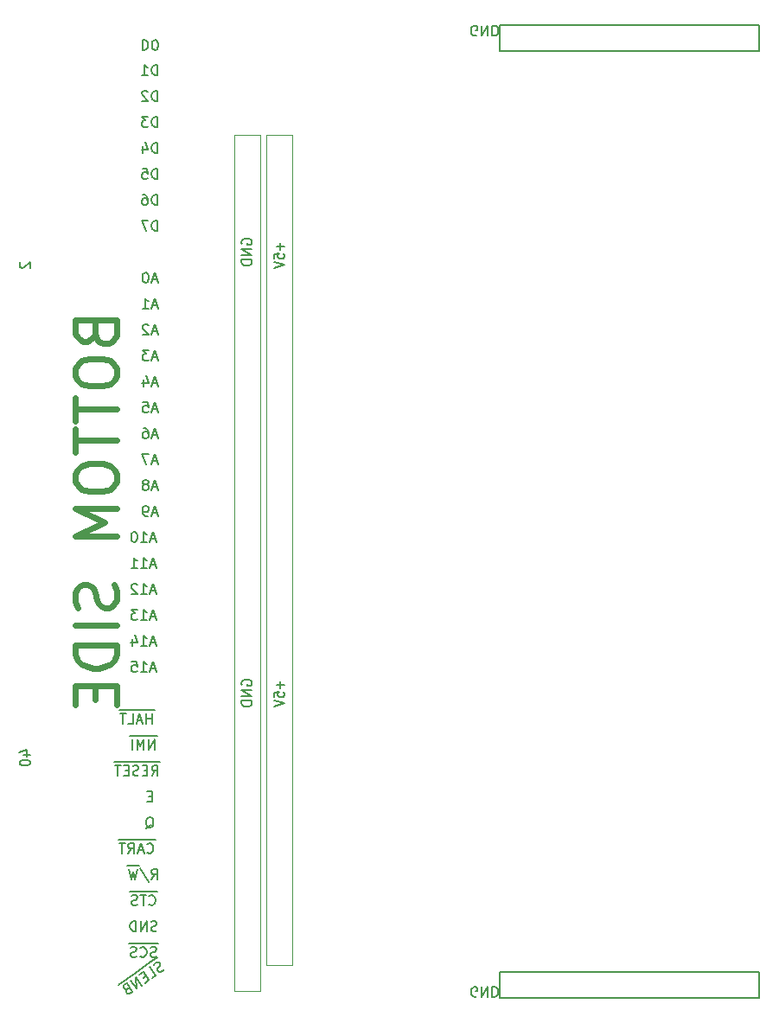
<source format=gbo>
%TF.GenerationSoftware,KiCad,Pcbnew,(5.1.9)-1*%
%TF.CreationDate,2021-02-21T18:50:27+08:00*%
%TF.ProjectId,CoCoProtoBoard,436f436f-5072-46f7-946f-426f6172642e,rev?*%
%TF.SameCoordinates,Original*%
%TF.FileFunction,Legend,Bot*%
%TF.FilePolarity,Positive*%
%FSLAX46Y46*%
G04 Gerber Fmt 4.6, Leading zero omitted, Abs format (unit mm)*
G04 Created by KiCad (PCBNEW (5.1.9)-1) date 2021-02-21 18:50:27*
%MOMM*%
%LPD*%
G01*
G04 APERTURE LIST*
%ADD10C,0.150000*%
%ADD11C,0.600000*%
%ADD12C,0.120000*%
G04 APERTURE END LIST*
D10*
X125801428Y-120762857D02*
X125801428Y-121448571D01*
X126182380Y-121105714D02*
X125420476Y-121105714D01*
X125182380Y-122305714D02*
X125182380Y-121877142D01*
X125658571Y-121834285D01*
X125610952Y-121877142D01*
X125563333Y-121962857D01*
X125563333Y-122177142D01*
X125610952Y-122262857D01*
X125658571Y-122305714D01*
X125753809Y-122348571D01*
X125991904Y-122348571D01*
X126087142Y-122305714D01*
X126134761Y-122262857D01*
X126182380Y-122177142D01*
X126182380Y-121962857D01*
X126134761Y-121877142D01*
X126087142Y-121834285D01*
X125182380Y-122605714D02*
X126182380Y-122905714D01*
X125182380Y-123205714D01*
X172720000Y-56515000D02*
X147320000Y-56515000D01*
X172720000Y-59055000D02*
X172720000Y-56515000D01*
X147320000Y-59055000D02*
X172720000Y-59055000D01*
X147320000Y-56515000D02*
X147320000Y-59055000D01*
X172720000Y-149225000D02*
X147320000Y-149225000D01*
X172720000Y-151765000D02*
X172720000Y-149225000D01*
X147320000Y-151765000D02*
X172720000Y-151765000D01*
X147320000Y-149225000D02*
X147320000Y-151765000D01*
X145034095Y-151630000D02*
X144938857Y-151677619D01*
X144796000Y-151677619D01*
X144653142Y-151630000D01*
X144557904Y-151534761D01*
X144510285Y-151439523D01*
X144462666Y-151249047D01*
X144462666Y-151106190D01*
X144510285Y-150915714D01*
X144557904Y-150820476D01*
X144653142Y-150725238D01*
X144796000Y-150677619D01*
X144891238Y-150677619D01*
X145034095Y-150725238D01*
X145081714Y-150772857D01*
X145081714Y-151106190D01*
X144891238Y-151106190D01*
X145510285Y-150677619D02*
X145510285Y-151677619D01*
X146081714Y-150677619D01*
X146081714Y-151677619D01*
X146557904Y-150677619D02*
X146557904Y-151677619D01*
X146796000Y-151677619D01*
X146938857Y-151630000D01*
X147034095Y-151534761D01*
X147081714Y-151439523D01*
X147129333Y-151249047D01*
X147129333Y-151106190D01*
X147081714Y-150915714D01*
X147034095Y-150820476D01*
X146938857Y-150725238D01*
X146796000Y-150677619D01*
X146557904Y-150677619D01*
X145034095Y-57523000D02*
X144938857Y-57570619D01*
X144796000Y-57570619D01*
X144653142Y-57523000D01*
X144557904Y-57427761D01*
X144510285Y-57332523D01*
X144462666Y-57142047D01*
X144462666Y-56999190D01*
X144510285Y-56808714D01*
X144557904Y-56713476D01*
X144653142Y-56618238D01*
X144796000Y-56570619D01*
X144891238Y-56570619D01*
X145034095Y-56618238D01*
X145081714Y-56665857D01*
X145081714Y-56999190D01*
X144891238Y-56999190D01*
X145510285Y-56570619D02*
X145510285Y-57570619D01*
X146081714Y-56570619D01*
X146081714Y-57570619D01*
X146557904Y-56570619D02*
X146557904Y-57570619D01*
X146796000Y-57570619D01*
X146938857Y-57523000D01*
X147034095Y-57427761D01*
X147081714Y-57332523D01*
X147129333Y-57142047D01*
X147129333Y-56999190D01*
X147081714Y-56808714D01*
X147034095Y-56713476D01*
X146938857Y-56618238D01*
X146796000Y-56570619D01*
X146557904Y-56570619D01*
D11*
X107664285Y-86711428D02*
X107854761Y-87282857D01*
X108045238Y-87473333D01*
X108426190Y-87663809D01*
X108997619Y-87663809D01*
X109378571Y-87473333D01*
X109569047Y-87282857D01*
X109759523Y-86901904D01*
X109759523Y-85378095D01*
X105759523Y-85378095D01*
X105759523Y-86711428D01*
X105950000Y-87092380D01*
X106140476Y-87282857D01*
X106521428Y-87473333D01*
X106902380Y-87473333D01*
X107283333Y-87282857D01*
X107473809Y-87092380D01*
X107664285Y-86711428D01*
X107664285Y-85378095D01*
X105759523Y-90140000D02*
X105759523Y-90901904D01*
X105950000Y-91282857D01*
X106330952Y-91663809D01*
X107092857Y-91854285D01*
X108426190Y-91854285D01*
X109188095Y-91663809D01*
X109569047Y-91282857D01*
X109759523Y-90901904D01*
X109759523Y-90140000D01*
X109569047Y-89759047D01*
X109188095Y-89378095D01*
X108426190Y-89187619D01*
X107092857Y-89187619D01*
X106330952Y-89378095D01*
X105950000Y-89759047D01*
X105759523Y-90140000D01*
X105759523Y-92997142D02*
X105759523Y-95282857D01*
X109759523Y-94140000D02*
X105759523Y-94140000D01*
X105759523Y-96044761D02*
X105759523Y-98330476D01*
X109759523Y-97187619D02*
X105759523Y-97187619D01*
X105759523Y-100425714D02*
X105759523Y-101187619D01*
X105950000Y-101568571D01*
X106330952Y-101949523D01*
X107092857Y-102140000D01*
X108426190Y-102140000D01*
X109188095Y-101949523D01*
X109569047Y-101568571D01*
X109759523Y-101187619D01*
X109759523Y-100425714D01*
X109569047Y-100044761D01*
X109188095Y-99663809D01*
X108426190Y-99473333D01*
X107092857Y-99473333D01*
X106330952Y-99663809D01*
X105950000Y-100044761D01*
X105759523Y-100425714D01*
X109759523Y-103854285D02*
X105759523Y-103854285D01*
X108616666Y-105187619D01*
X105759523Y-106520952D01*
X109759523Y-106520952D01*
X109569047Y-111282857D02*
X109759523Y-111854285D01*
X109759523Y-112806666D01*
X109569047Y-113187619D01*
X109378571Y-113378095D01*
X108997619Y-113568571D01*
X108616666Y-113568571D01*
X108235714Y-113378095D01*
X108045238Y-113187619D01*
X107854761Y-112806666D01*
X107664285Y-112044761D01*
X107473809Y-111663809D01*
X107283333Y-111473333D01*
X106902380Y-111282857D01*
X106521428Y-111282857D01*
X106140476Y-111473333D01*
X105950000Y-111663809D01*
X105759523Y-112044761D01*
X105759523Y-112997142D01*
X105950000Y-113568571D01*
X109759523Y-115282857D02*
X105759523Y-115282857D01*
X109759523Y-117187619D02*
X105759523Y-117187619D01*
X105759523Y-118140000D01*
X105950000Y-118711428D01*
X106330952Y-119092380D01*
X106711904Y-119282857D01*
X107473809Y-119473333D01*
X108045238Y-119473333D01*
X108807142Y-119282857D01*
X109188095Y-119092380D01*
X109569047Y-118711428D01*
X109759523Y-118140000D01*
X109759523Y-117187619D01*
X107664285Y-121187619D02*
X107664285Y-122520952D01*
X109759523Y-123092380D02*
X109759523Y-121187619D01*
X105759523Y-121187619D01*
X105759523Y-123092380D01*
D10*
X122055000Y-77978095D02*
X122007380Y-77882857D01*
X122007380Y-77740000D01*
X122055000Y-77597142D01*
X122150238Y-77501904D01*
X122245476Y-77454285D01*
X122435952Y-77406666D01*
X122578809Y-77406666D01*
X122769285Y-77454285D01*
X122864523Y-77501904D01*
X122959761Y-77597142D01*
X123007380Y-77740000D01*
X123007380Y-77835238D01*
X122959761Y-77978095D01*
X122912142Y-78025714D01*
X122578809Y-78025714D01*
X122578809Y-77835238D01*
X123007380Y-78454285D02*
X122007380Y-78454285D01*
X123007380Y-79025714D01*
X122007380Y-79025714D01*
X123007380Y-79501904D02*
X122007380Y-79501904D01*
X122007380Y-79740000D01*
X122055000Y-79882857D01*
X122150238Y-79978095D01*
X122245476Y-80025714D01*
X122435952Y-80073333D01*
X122578809Y-80073333D01*
X122769285Y-80025714D01*
X122864523Y-79978095D01*
X122959761Y-79882857D01*
X123007380Y-79740000D01*
X123007380Y-79501904D01*
X125801428Y-77836857D02*
X125801428Y-78522571D01*
X126182380Y-78179714D02*
X125420476Y-78179714D01*
X125182380Y-79379714D02*
X125182380Y-78951142D01*
X125658571Y-78908285D01*
X125610952Y-78951142D01*
X125563333Y-79036857D01*
X125563333Y-79251142D01*
X125610952Y-79336857D01*
X125658571Y-79379714D01*
X125753809Y-79422571D01*
X125991904Y-79422571D01*
X126087142Y-79379714D01*
X126134761Y-79336857D01*
X126182380Y-79251142D01*
X126182380Y-79036857D01*
X126134761Y-78951142D01*
X126087142Y-78908285D01*
X125182380Y-79679714D02*
X126182380Y-79979714D01*
X125182380Y-80279714D01*
X122055000Y-121158095D02*
X122007380Y-121062857D01*
X122007380Y-120920000D01*
X122055000Y-120777142D01*
X122150238Y-120681904D01*
X122245476Y-120634285D01*
X122435952Y-120586666D01*
X122578809Y-120586666D01*
X122769285Y-120634285D01*
X122864523Y-120681904D01*
X122959761Y-120777142D01*
X123007380Y-120920000D01*
X123007380Y-121015238D01*
X122959761Y-121158095D01*
X122912142Y-121205714D01*
X122578809Y-121205714D01*
X122578809Y-121015238D01*
X123007380Y-121634285D02*
X122007380Y-121634285D01*
X123007380Y-122205714D01*
X122007380Y-122205714D01*
X123007380Y-122681904D02*
X122007380Y-122681904D01*
X122007380Y-122920000D01*
X122055000Y-123062857D01*
X122150238Y-123158095D01*
X122245476Y-123205714D01*
X122435952Y-123253333D01*
X122578809Y-123253333D01*
X122769285Y-123205714D01*
X122864523Y-123158095D01*
X122959761Y-123062857D01*
X123007380Y-122920000D01*
X123007380Y-122681904D01*
X112291904Y-57967619D02*
X112291904Y-58967619D01*
X112530000Y-58967619D01*
X112672857Y-58920000D01*
X112768095Y-58824761D01*
X112815714Y-58729523D01*
X112863333Y-58539047D01*
X112863333Y-58396190D01*
X112815714Y-58205714D01*
X112768095Y-58110476D01*
X112672857Y-58015238D01*
X112530000Y-57967619D01*
X112291904Y-57967619D01*
X113482380Y-58967619D02*
X113577619Y-58967619D01*
X113672857Y-58920000D01*
X113720476Y-58872380D01*
X113768095Y-58777142D01*
X113815714Y-58586666D01*
X113815714Y-58348571D01*
X113768095Y-58158095D01*
X113720476Y-58062857D01*
X113672857Y-58015238D01*
X113577619Y-57967619D01*
X113482380Y-57967619D01*
X113387142Y-58015238D01*
X113339523Y-58062857D01*
X113291904Y-58158095D01*
X113244285Y-58348571D01*
X113244285Y-58586666D01*
X113291904Y-58777142D01*
X113339523Y-58872380D01*
X113387142Y-58920000D01*
X113482380Y-58967619D01*
X113768095Y-61412380D02*
X113768095Y-60412380D01*
X113530000Y-60412380D01*
X113387142Y-60460000D01*
X113291904Y-60555238D01*
X113244285Y-60650476D01*
X113196666Y-60840952D01*
X113196666Y-60983809D01*
X113244285Y-61174285D01*
X113291904Y-61269523D01*
X113387142Y-61364761D01*
X113530000Y-61412380D01*
X113768095Y-61412380D01*
X112244285Y-61412380D02*
X112815714Y-61412380D01*
X112530000Y-61412380D02*
X112530000Y-60412380D01*
X112625238Y-60555238D01*
X112720476Y-60650476D01*
X112815714Y-60698095D01*
X113768095Y-63952380D02*
X113768095Y-62952380D01*
X113530000Y-62952380D01*
X113387142Y-63000000D01*
X113291904Y-63095238D01*
X113244285Y-63190476D01*
X113196666Y-63380952D01*
X113196666Y-63523809D01*
X113244285Y-63714285D01*
X113291904Y-63809523D01*
X113387142Y-63904761D01*
X113530000Y-63952380D01*
X113768095Y-63952380D01*
X112815714Y-63047619D02*
X112768095Y-63000000D01*
X112672857Y-62952380D01*
X112434761Y-62952380D01*
X112339523Y-63000000D01*
X112291904Y-63047619D01*
X112244285Y-63142857D01*
X112244285Y-63238095D01*
X112291904Y-63380952D01*
X112863333Y-63952380D01*
X112244285Y-63952380D01*
X113768095Y-66492380D02*
X113768095Y-65492380D01*
X113530000Y-65492380D01*
X113387142Y-65540000D01*
X113291904Y-65635238D01*
X113244285Y-65730476D01*
X113196666Y-65920952D01*
X113196666Y-66063809D01*
X113244285Y-66254285D01*
X113291904Y-66349523D01*
X113387142Y-66444761D01*
X113530000Y-66492380D01*
X113768095Y-66492380D01*
X112863333Y-65492380D02*
X112244285Y-65492380D01*
X112577619Y-65873333D01*
X112434761Y-65873333D01*
X112339523Y-65920952D01*
X112291904Y-65968571D01*
X112244285Y-66063809D01*
X112244285Y-66301904D01*
X112291904Y-66397142D01*
X112339523Y-66444761D01*
X112434761Y-66492380D01*
X112720476Y-66492380D01*
X112815714Y-66444761D01*
X112863333Y-66397142D01*
X113768095Y-69032380D02*
X113768095Y-68032380D01*
X113530000Y-68032380D01*
X113387142Y-68080000D01*
X113291904Y-68175238D01*
X113244285Y-68270476D01*
X113196666Y-68460952D01*
X113196666Y-68603809D01*
X113244285Y-68794285D01*
X113291904Y-68889523D01*
X113387142Y-68984761D01*
X113530000Y-69032380D01*
X113768095Y-69032380D01*
X112339523Y-68365714D02*
X112339523Y-69032380D01*
X112577619Y-67984761D02*
X112815714Y-68699047D01*
X112196666Y-68699047D01*
X113768095Y-71572380D02*
X113768095Y-70572380D01*
X113530000Y-70572380D01*
X113387142Y-70620000D01*
X113291904Y-70715238D01*
X113244285Y-70810476D01*
X113196666Y-71000952D01*
X113196666Y-71143809D01*
X113244285Y-71334285D01*
X113291904Y-71429523D01*
X113387142Y-71524761D01*
X113530000Y-71572380D01*
X113768095Y-71572380D01*
X112291904Y-70572380D02*
X112768095Y-70572380D01*
X112815714Y-71048571D01*
X112768095Y-71000952D01*
X112672857Y-70953333D01*
X112434761Y-70953333D01*
X112339523Y-71000952D01*
X112291904Y-71048571D01*
X112244285Y-71143809D01*
X112244285Y-71381904D01*
X112291904Y-71477142D01*
X112339523Y-71524761D01*
X112434761Y-71572380D01*
X112672857Y-71572380D01*
X112768095Y-71524761D01*
X112815714Y-71477142D01*
X113768095Y-74112380D02*
X113768095Y-73112380D01*
X113530000Y-73112380D01*
X113387142Y-73160000D01*
X113291904Y-73255238D01*
X113244285Y-73350476D01*
X113196666Y-73540952D01*
X113196666Y-73683809D01*
X113244285Y-73874285D01*
X113291904Y-73969523D01*
X113387142Y-74064761D01*
X113530000Y-74112380D01*
X113768095Y-74112380D01*
X112339523Y-73112380D02*
X112530000Y-73112380D01*
X112625238Y-73160000D01*
X112672857Y-73207619D01*
X112768095Y-73350476D01*
X112815714Y-73540952D01*
X112815714Y-73921904D01*
X112768095Y-74017142D01*
X112720476Y-74064761D01*
X112625238Y-74112380D01*
X112434761Y-74112380D01*
X112339523Y-74064761D01*
X112291904Y-74017142D01*
X112244285Y-73921904D01*
X112244285Y-73683809D01*
X112291904Y-73588571D01*
X112339523Y-73540952D01*
X112434761Y-73493333D01*
X112625238Y-73493333D01*
X112720476Y-73540952D01*
X112768095Y-73588571D01*
X112815714Y-73683809D01*
X113768095Y-76652380D02*
X113768095Y-75652380D01*
X113530000Y-75652380D01*
X113387142Y-75700000D01*
X113291904Y-75795238D01*
X113244285Y-75890476D01*
X113196666Y-76080952D01*
X113196666Y-76223809D01*
X113244285Y-76414285D01*
X113291904Y-76509523D01*
X113387142Y-76604761D01*
X113530000Y-76652380D01*
X113768095Y-76652380D01*
X112863333Y-75652380D02*
X112196666Y-75652380D01*
X112625238Y-76652380D01*
X113744285Y-81446666D02*
X113268095Y-81446666D01*
X113839523Y-81732380D02*
X113506190Y-80732380D01*
X113172857Y-81732380D01*
X112649047Y-80732380D02*
X112553809Y-80732380D01*
X112458571Y-80780000D01*
X112410952Y-80827619D01*
X112363333Y-80922857D01*
X112315714Y-81113333D01*
X112315714Y-81351428D01*
X112363333Y-81541904D01*
X112410952Y-81637142D01*
X112458571Y-81684761D01*
X112553809Y-81732380D01*
X112649047Y-81732380D01*
X112744285Y-81684761D01*
X112791904Y-81637142D01*
X112839523Y-81541904D01*
X112887142Y-81351428D01*
X112887142Y-81113333D01*
X112839523Y-80922857D01*
X112791904Y-80827619D01*
X112744285Y-80780000D01*
X112649047Y-80732380D01*
X113744285Y-83986666D02*
X113268095Y-83986666D01*
X113839523Y-84272380D02*
X113506190Y-83272380D01*
X113172857Y-84272380D01*
X112315714Y-84272380D02*
X112887142Y-84272380D01*
X112601428Y-84272380D02*
X112601428Y-83272380D01*
X112696666Y-83415238D01*
X112791904Y-83510476D01*
X112887142Y-83558095D01*
X113744285Y-86526666D02*
X113268095Y-86526666D01*
X113839523Y-86812380D02*
X113506190Y-85812380D01*
X113172857Y-86812380D01*
X112887142Y-85907619D02*
X112839523Y-85860000D01*
X112744285Y-85812380D01*
X112506190Y-85812380D01*
X112410952Y-85860000D01*
X112363333Y-85907619D01*
X112315714Y-86002857D01*
X112315714Y-86098095D01*
X112363333Y-86240952D01*
X112934761Y-86812380D01*
X112315714Y-86812380D01*
X113744285Y-89066666D02*
X113268095Y-89066666D01*
X113839523Y-89352380D02*
X113506190Y-88352380D01*
X113172857Y-89352380D01*
X112934761Y-88352380D02*
X112315714Y-88352380D01*
X112649047Y-88733333D01*
X112506190Y-88733333D01*
X112410952Y-88780952D01*
X112363333Y-88828571D01*
X112315714Y-88923809D01*
X112315714Y-89161904D01*
X112363333Y-89257142D01*
X112410952Y-89304761D01*
X112506190Y-89352380D01*
X112791904Y-89352380D01*
X112887142Y-89304761D01*
X112934761Y-89257142D01*
X113744285Y-91606666D02*
X113268095Y-91606666D01*
X113839523Y-91892380D02*
X113506190Y-90892380D01*
X113172857Y-91892380D01*
X112410952Y-91225714D02*
X112410952Y-91892380D01*
X112649047Y-90844761D02*
X112887142Y-91559047D01*
X112268095Y-91559047D01*
X113744285Y-94146666D02*
X113268095Y-94146666D01*
X113839523Y-94432380D02*
X113506190Y-93432380D01*
X113172857Y-94432380D01*
X112363333Y-93432380D02*
X112839523Y-93432380D01*
X112887142Y-93908571D01*
X112839523Y-93860952D01*
X112744285Y-93813333D01*
X112506190Y-93813333D01*
X112410952Y-93860952D01*
X112363333Y-93908571D01*
X112315714Y-94003809D01*
X112315714Y-94241904D01*
X112363333Y-94337142D01*
X112410952Y-94384761D01*
X112506190Y-94432380D01*
X112744285Y-94432380D01*
X112839523Y-94384761D01*
X112887142Y-94337142D01*
X113744285Y-96686666D02*
X113268095Y-96686666D01*
X113839523Y-96972380D02*
X113506190Y-95972380D01*
X113172857Y-96972380D01*
X112410952Y-95972380D02*
X112601428Y-95972380D01*
X112696666Y-96020000D01*
X112744285Y-96067619D01*
X112839523Y-96210476D01*
X112887142Y-96400952D01*
X112887142Y-96781904D01*
X112839523Y-96877142D01*
X112791904Y-96924761D01*
X112696666Y-96972380D01*
X112506190Y-96972380D01*
X112410952Y-96924761D01*
X112363333Y-96877142D01*
X112315714Y-96781904D01*
X112315714Y-96543809D01*
X112363333Y-96448571D01*
X112410952Y-96400952D01*
X112506190Y-96353333D01*
X112696666Y-96353333D01*
X112791904Y-96400952D01*
X112839523Y-96448571D01*
X112887142Y-96543809D01*
X113744285Y-99226666D02*
X113268095Y-99226666D01*
X113839523Y-99512380D02*
X113506190Y-98512380D01*
X113172857Y-99512380D01*
X112934761Y-98512380D02*
X112268095Y-98512380D01*
X112696666Y-99512380D01*
X113744285Y-101766666D02*
X113268095Y-101766666D01*
X113839523Y-102052380D02*
X113506190Y-101052380D01*
X113172857Y-102052380D01*
X112696666Y-101480952D02*
X112791904Y-101433333D01*
X112839523Y-101385714D01*
X112887142Y-101290476D01*
X112887142Y-101242857D01*
X112839523Y-101147619D01*
X112791904Y-101100000D01*
X112696666Y-101052380D01*
X112506190Y-101052380D01*
X112410952Y-101100000D01*
X112363333Y-101147619D01*
X112315714Y-101242857D01*
X112315714Y-101290476D01*
X112363333Y-101385714D01*
X112410952Y-101433333D01*
X112506190Y-101480952D01*
X112696666Y-101480952D01*
X112791904Y-101528571D01*
X112839523Y-101576190D01*
X112887142Y-101671428D01*
X112887142Y-101861904D01*
X112839523Y-101957142D01*
X112791904Y-102004761D01*
X112696666Y-102052380D01*
X112506190Y-102052380D01*
X112410952Y-102004761D01*
X112363333Y-101957142D01*
X112315714Y-101861904D01*
X112315714Y-101671428D01*
X112363333Y-101576190D01*
X112410952Y-101528571D01*
X112506190Y-101480952D01*
X113744285Y-104306666D02*
X113268095Y-104306666D01*
X113839523Y-104592380D02*
X113506190Y-103592380D01*
X113172857Y-104592380D01*
X112791904Y-104592380D02*
X112601428Y-104592380D01*
X112506190Y-104544761D01*
X112458571Y-104497142D01*
X112363333Y-104354285D01*
X112315714Y-104163809D01*
X112315714Y-103782857D01*
X112363333Y-103687619D01*
X112410952Y-103640000D01*
X112506190Y-103592380D01*
X112696666Y-103592380D01*
X112791904Y-103640000D01*
X112839523Y-103687619D01*
X112887142Y-103782857D01*
X112887142Y-104020952D01*
X112839523Y-104116190D01*
X112791904Y-104163809D01*
X112696666Y-104211428D01*
X112506190Y-104211428D01*
X112410952Y-104163809D01*
X112363333Y-104116190D01*
X112315714Y-104020952D01*
X113585476Y-106846666D02*
X113109285Y-106846666D01*
X113680714Y-107132380D02*
X113347380Y-106132380D01*
X113014047Y-107132380D01*
X112156904Y-107132380D02*
X112728333Y-107132380D01*
X112442619Y-107132380D02*
X112442619Y-106132380D01*
X112537857Y-106275238D01*
X112633095Y-106370476D01*
X112728333Y-106418095D01*
X111537857Y-106132380D02*
X111442619Y-106132380D01*
X111347380Y-106180000D01*
X111299761Y-106227619D01*
X111252142Y-106322857D01*
X111204523Y-106513333D01*
X111204523Y-106751428D01*
X111252142Y-106941904D01*
X111299761Y-107037142D01*
X111347380Y-107084761D01*
X111442619Y-107132380D01*
X111537857Y-107132380D01*
X111633095Y-107084761D01*
X111680714Y-107037142D01*
X111728333Y-106941904D01*
X111775952Y-106751428D01*
X111775952Y-106513333D01*
X111728333Y-106322857D01*
X111680714Y-106227619D01*
X111633095Y-106180000D01*
X111537857Y-106132380D01*
X113585476Y-109386666D02*
X113109285Y-109386666D01*
X113680714Y-109672380D02*
X113347380Y-108672380D01*
X113014047Y-109672380D01*
X112156904Y-109672380D02*
X112728333Y-109672380D01*
X112442619Y-109672380D02*
X112442619Y-108672380D01*
X112537857Y-108815238D01*
X112633095Y-108910476D01*
X112728333Y-108958095D01*
X111204523Y-109672380D02*
X111775952Y-109672380D01*
X111490238Y-109672380D02*
X111490238Y-108672380D01*
X111585476Y-108815238D01*
X111680714Y-108910476D01*
X111775952Y-108958095D01*
X113585476Y-111926666D02*
X113109285Y-111926666D01*
X113680714Y-112212380D02*
X113347380Y-111212380D01*
X113014047Y-112212380D01*
X112156904Y-112212380D02*
X112728333Y-112212380D01*
X112442619Y-112212380D02*
X112442619Y-111212380D01*
X112537857Y-111355238D01*
X112633095Y-111450476D01*
X112728333Y-111498095D01*
X111775952Y-111307619D02*
X111728333Y-111260000D01*
X111633095Y-111212380D01*
X111395000Y-111212380D01*
X111299761Y-111260000D01*
X111252142Y-111307619D01*
X111204523Y-111402857D01*
X111204523Y-111498095D01*
X111252142Y-111640952D01*
X111823571Y-112212380D01*
X111204523Y-112212380D01*
X113585476Y-114466666D02*
X113109285Y-114466666D01*
X113680714Y-114752380D02*
X113347380Y-113752380D01*
X113014047Y-114752380D01*
X112156904Y-114752380D02*
X112728333Y-114752380D01*
X112442619Y-114752380D02*
X112442619Y-113752380D01*
X112537857Y-113895238D01*
X112633095Y-113990476D01*
X112728333Y-114038095D01*
X111823571Y-113752380D02*
X111204523Y-113752380D01*
X111537857Y-114133333D01*
X111395000Y-114133333D01*
X111299761Y-114180952D01*
X111252142Y-114228571D01*
X111204523Y-114323809D01*
X111204523Y-114561904D01*
X111252142Y-114657142D01*
X111299761Y-114704761D01*
X111395000Y-114752380D01*
X111680714Y-114752380D01*
X111775952Y-114704761D01*
X111823571Y-114657142D01*
X113585476Y-117006666D02*
X113109285Y-117006666D01*
X113680714Y-117292380D02*
X113347380Y-116292380D01*
X113014047Y-117292380D01*
X112156904Y-117292380D02*
X112728333Y-117292380D01*
X112442619Y-117292380D02*
X112442619Y-116292380D01*
X112537857Y-116435238D01*
X112633095Y-116530476D01*
X112728333Y-116578095D01*
X111299761Y-116625714D02*
X111299761Y-117292380D01*
X111537857Y-116244761D02*
X111775952Y-116959047D01*
X111156904Y-116959047D01*
X113585476Y-119546666D02*
X113109285Y-119546666D01*
X113680714Y-119832380D02*
X113347380Y-118832380D01*
X113014047Y-119832380D01*
X112156904Y-119832380D02*
X112728333Y-119832380D01*
X112442619Y-119832380D02*
X112442619Y-118832380D01*
X112537857Y-118975238D01*
X112633095Y-119070476D01*
X112728333Y-119118095D01*
X111252142Y-118832380D02*
X111728333Y-118832380D01*
X111775952Y-119308571D01*
X111728333Y-119260952D01*
X111633095Y-119213333D01*
X111395000Y-119213333D01*
X111299761Y-119260952D01*
X111252142Y-119308571D01*
X111204523Y-119403809D01*
X111204523Y-119641904D01*
X111252142Y-119737142D01*
X111299761Y-119784761D01*
X111395000Y-119832380D01*
X111633095Y-119832380D01*
X111728333Y-119784761D01*
X111775952Y-119737142D01*
X113498095Y-123545000D02*
X112450476Y-123545000D01*
X113260000Y-124912380D02*
X113260000Y-123912380D01*
X113260000Y-124388571D02*
X112688571Y-124388571D01*
X112688571Y-124912380D02*
X112688571Y-123912380D01*
X112450476Y-123545000D02*
X111593333Y-123545000D01*
X112260000Y-124626666D02*
X111783809Y-124626666D01*
X112355238Y-124912380D02*
X112021904Y-123912380D01*
X111688571Y-124912380D01*
X111593333Y-123545000D02*
X110783809Y-123545000D01*
X110879047Y-124912380D02*
X111355238Y-124912380D01*
X111355238Y-123912380D01*
X110783809Y-123545000D02*
X110021904Y-123545000D01*
X110688571Y-123912380D02*
X110117142Y-123912380D01*
X110402857Y-124912380D02*
X110402857Y-123912380D01*
X113728333Y-126085000D02*
X112680714Y-126085000D01*
X113490238Y-127452380D02*
X113490238Y-126452380D01*
X112918809Y-127452380D01*
X112918809Y-126452380D01*
X112680714Y-126085000D02*
X111537857Y-126085000D01*
X112442619Y-127452380D02*
X112442619Y-126452380D01*
X112109285Y-127166666D01*
X111775952Y-126452380D01*
X111775952Y-127452380D01*
X111537857Y-126085000D02*
X111061666Y-126085000D01*
X111299761Y-127452380D02*
X111299761Y-126452380D01*
X114021904Y-128625000D02*
X113021904Y-128625000D01*
X113212380Y-129992380D02*
X113545714Y-129516190D01*
X113783809Y-129992380D02*
X113783809Y-128992380D01*
X113402857Y-128992380D01*
X113307619Y-129040000D01*
X113260000Y-129087619D01*
X113212380Y-129182857D01*
X113212380Y-129325714D01*
X113260000Y-129420952D01*
X113307619Y-129468571D01*
X113402857Y-129516190D01*
X113783809Y-129516190D01*
X113021904Y-128625000D02*
X112117142Y-128625000D01*
X112783809Y-129468571D02*
X112450476Y-129468571D01*
X112307619Y-129992380D02*
X112783809Y-129992380D01*
X112783809Y-128992380D01*
X112307619Y-128992380D01*
X112117142Y-128625000D02*
X111164761Y-128625000D01*
X111926666Y-129944761D02*
X111783809Y-129992380D01*
X111545714Y-129992380D01*
X111450476Y-129944761D01*
X111402857Y-129897142D01*
X111355238Y-129801904D01*
X111355238Y-129706666D01*
X111402857Y-129611428D01*
X111450476Y-129563809D01*
X111545714Y-129516190D01*
X111736190Y-129468571D01*
X111831428Y-129420952D01*
X111879047Y-129373333D01*
X111926666Y-129278095D01*
X111926666Y-129182857D01*
X111879047Y-129087619D01*
X111831428Y-129040000D01*
X111736190Y-128992380D01*
X111498095Y-128992380D01*
X111355238Y-129040000D01*
X111164761Y-128625000D02*
X110260000Y-128625000D01*
X110926666Y-129468571D02*
X110593333Y-129468571D01*
X110450476Y-129992380D02*
X110926666Y-129992380D01*
X110926666Y-128992380D01*
X110450476Y-128992380D01*
X110260000Y-128625000D02*
X109498095Y-128625000D01*
X110164761Y-128992380D02*
X109593333Y-128992380D01*
X109879047Y-129992380D02*
X109879047Y-128992380D01*
X113244285Y-132008571D02*
X112910952Y-132008571D01*
X112768095Y-132532380D02*
X113244285Y-132532380D01*
X113244285Y-131532380D01*
X112768095Y-131532380D01*
X112649047Y-135167619D02*
X112744285Y-135120000D01*
X112839523Y-135024761D01*
X112982380Y-134881904D01*
X113077619Y-134834285D01*
X113172857Y-134834285D01*
X113125238Y-135072380D02*
X113220476Y-135024761D01*
X113315714Y-134929523D01*
X113363333Y-134739047D01*
X113363333Y-134405714D01*
X113315714Y-134215238D01*
X113220476Y-134120000D01*
X113125238Y-134072380D01*
X112934761Y-134072380D01*
X112839523Y-134120000D01*
X112744285Y-134215238D01*
X112696666Y-134405714D01*
X112696666Y-134739047D01*
X112744285Y-134929523D01*
X112839523Y-135024761D01*
X112934761Y-135072380D01*
X113125238Y-135072380D01*
X113569523Y-136245000D02*
X112569523Y-136245000D01*
X112760000Y-137517142D02*
X112807619Y-137564761D01*
X112950476Y-137612380D01*
X113045714Y-137612380D01*
X113188571Y-137564761D01*
X113283809Y-137469523D01*
X113331428Y-137374285D01*
X113379047Y-137183809D01*
X113379047Y-137040952D01*
X113331428Y-136850476D01*
X113283809Y-136755238D01*
X113188571Y-136660000D01*
X113045714Y-136612380D01*
X112950476Y-136612380D01*
X112807619Y-136660000D01*
X112760000Y-136707619D01*
X112569523Y-136245000D02*
X111712380Y-136245000D01*
X112379047Y-137326666D02*
X111902857Y-137326666D01*
X112474285Y-137612380D02*
X112140952Y-136612380D01*
X111807619Y-137612380D01*
X111712380Y-136245000D02*
X110712380Y-136245000D01*
X110902857Y-137612380D02*
X111236190Y-137136190D01*
X111474285Y-137612380D02*
X111474285Y-136612380D01*
X111093333Y-136612380D01*
X110998095Y-136660000D01*
X110950476Y-136707619D01*
X110902857Y-136802857D01*
X110902857Y-136945714D01*
X110950476Y-137040952D01*
X110998095Y-137088571D01*
X111093333Y-137136190D01*
X111474285Y-137136190D01*
X110712380Y-136245000D02*
X109950476Y-136245000D01*
X110617142Y-136612380D02*
X110045714Y-136612380D01*
X110331428Y-137612380D02*
X110331428Y-136612380D01*
X113180714Y-140152380D02*
X113514047Y-139676190D01*
X113752142Y-140152380D02*
X113752142Y-139152380D01*
X113371190Y-139152380D01*
X113275952Y-139200000D01*
X113228333Y-139247619D01*
X113180714Y-139342857D01*
X113180714Y-139485714D01*
X113228333Y-139580952D01*
X113275952Y-139628571D01*
X113371190Y-139676190D01*
X113752142Y-139676190D01*
X112037857Y-139104761D02*
X112895000Y-140390476D01*
X111942619Y-138785000D02*
X110799761Y-138785000D01*
X111799761Y-139152380D02*
X111561666Y-140152380D01*
X111371190Y-139438095D01*
X111180714Y-140152380D01*
X110942619Y-139152380D01*
X113752142Y-141325000D02*
X112752142Y-141325000D01*
X112942619Y-142597142D02*
X112990238Y-142644761D01*
X113133095Y-142692380D01*
X113228333Y-142692380D01*
X113371190Y-142644761D01*
X113466428Y-142549523D01*
X113514047Y-142454285D01*
X113561666Y-142263809D01*
X113561666Y-142120952D01*
X113514047Y-141930476D01*
X113466428Y-141835238D01*
X113371190Y-141740000D01*
X113228333Y-141692380D01*
X113133095Y-141692380D01*
X112990238Y-141740000D01*
X112942619Y-141787619D01*
X112752142Y-141325000D02*
X111990238Y-141325000D01*
X112656904Y-141692380D02*
X112085476Y-141692380D01*
X112371190Y-142692380D02*
X112371190Y-141692380D01*
X111990238Y-141325000D02*
X111037857Y-141325000D01*
X111799761Y-142644761D02*
X111656904Y-142692380D01*
X111418809Y-142692380D01*
X111323571Y-142644761D01*
X111275952Y-142597142D01*
X111228333Y-142501904D01*
X111228333Y-142406666D01*
X111275952Y-142311428D01*
X111323571Y-142263809D01*
X111418809Y-142216190D01*
X111609285Y-142168571D01*
X111704523Y-142120952D01*
X111752142Y-142073333D01*
X111799761Y-141978095D01*
X111799761Y-141882857D01*
X111752142Y-141787619D01*
X111704523Y-141740000D01*
X111609285Y-141692380D01*
X111371190Y-141692380D01*
X111228333Y-141740000D01*
X113704523Y-145184761D02*
X113561666Y-145232380D01*
X113323571Y-145232380D01*
X113228333Y-145184761D01*
X113180714Y-145137142D01*
X113133095Y-145041904D01*
X113133095Y-144946666D01*
X113180714Y-144851428D01*
X113228333Y-144803809D01*
X113323571Y-144756190D01*
X113514047Y-144708571D01*
X113609285Y-144660952D01*
X113656904Y-144613333D01*
X113704523Y-144518095D01*
X113704523Y-144422857D01*
X113656904Y-144327619D01*
X113609285Y-144280000D01*
X113514047Y-144232380D01*
X113275952Y-144232380D01*
X113133095Y-144280000D01*
X112704523Y-145232380D02*
X112704523Y-144232380D01*
X112133095Y-145232380D01*
X112133095Y-144232380D01*
X111656904Y-145232380D02*
X111656904Y-144232380D01*
X111418809Y-144232380D01*
X111275952Y-144280000D01*
X111180714Y-144375238D01*
X111133095Y-144470476D01*
X111085476Y-144660952D01*
X111085476Y-144803809D01*
X111133095Y-144994285D01*
X111180714Y-145089523D01*
X111275952Y-145184761D01*
X111418809Y-145232380D01*
X111656904Y-145232380D01*
X113847380Y-146405000D02*
X112895000Y-146405000D01*
X113656904Y-147724761D02*
X113514047Y-147772380D01*
X113275952Y-147772380D01*
X113180714Y-147724761D01*
X113133095Y-147677142D01*
X113085476Y-147581904D01*
X113085476Y-147486666D01*
X113133095Y-147391428D01*
X113180714Y-147343809D01*
X113275952Y-147296190D01*
X113466428Y-147248571D01*
X113561666Y-147200952D01*
X113609285Y-147153333D01*
X113656904Y-147058095D01*
X113656904Y-146962857D01*
X113609285Y-146867619D01*
X113561666Y-146820000D01*
X113466428Y-146772380D01*
X113228333Y-146772380D01*
X113085476Y-146820000D01*
X112895000Y-146405000D02*
X111895000Y-146405000D01*
X112085476Y-147677142D02*
X112133095Y-147724761D01*
X112275952Y-147772380D01*
X112371190Y-147772380D01*
X112514047Y-147724761D01*
X112609285Y-147629523D01*
X112656904Y-147534285D01*
X112704523Y-147343809D01*
X112704523Y-147200952D01*
X112656904Y-147010476D01*
X112609285Y-146915238D01*
X112514047Y-146820000D01*
X112371190Y-146772380D01*
X112275952Y-146772380D01*
X112133095Y-146820000D01*
X112085476Y-146867619D01*
X111895000Y-146405000D02*
X110942619Y-146405000D01*
X111704523Y-147724761D02*
X111561666Y-147772380D01*
X111323571Y-147772380D01*
X111228333Y-147724761D01*
X111180714Y-147677142D01*
X111133095Y-147581904D01*
X111133095Y-147486666D01*
X111180714Y-147391428D01*
X111228333Y-147343809D01*
X111323571Y-147296190D01*
X111514047Y-147248571D01*
X111609285Y-147200952D01*
X111656904Y-147153333D01*
X111704523Y-147058095D01*
X111704523Y-146962857D01*
X111656904Y-146867619D01*
X111609285Y-146820000D01*
X111514047Y-146772380D01*
X111275952Y-146772380D01*
X111133095Y-146820000D01*
X113801035Y-147758474D02*
X113020891Y-148304737D01*
X114401991Y-148948812D02*
X114312282Y-149069759D01*
X114117246Y-149206325D01*
X114011918Y-149221944D01*
X113945598Y-149210250D01*
X113851964Y-149159548D01*
X113797338Y-149081534D01*
X113781719Y-148976206D01*
X113793413Y-148909886D01*
X113844114Y-148816252D01*
X113972830Y-148667992D01*
X114023532Y-148574359D01*
X114035226Y-148508038D01*
X114019607Y-148402711D01*
X113964980Y-148324696D01*
X113871347Y-148273995D01*
X113805026Y-148262301D01*
X113699699Y-148277920D01*
X113504662Y-148414486D01*
X113414954Y-148535432D01*
X113020891Y-148304737D02*
X112357768Y-148769061D01*
X113220080Y-149834527D02*
X113610152Y-149561396D01*
X113036576Y-148742244D01*
X112357768Y-148769061D02*
X111616630Y-149288011D01*
X112646584Y-149596640D02*
X112373533Y-149787832D01*
X112556956Y-150298851D02*
X112947029Y-150025720D01*
X112373452Y-149206568D01*
X111983380Y-149479699D01*
X111616630Y-149288011D02*
X110758471Y-149888901D01*
X112205891Y-150544670D02*
X111632315Y-149725518D01*
X111737804Y-150872428D01*
X111164228Y-150053276D01*
X110758471Y-149888901D02*
X109939319Y-150462477D01*
X110774237Y-150907672D02*
X110684528Y-151028618D01*
X110672834Y-151094939D01*
X110688453Y-151200267D01*
X110770392Y-151317288D01*
X110864026Y-151367990D01*
X110930346Y-151379684D01*
X111035674Y-151364065D01*
X111347732Y-151145559D01*
X110774156Y-150326407D01*
X110501105Y-150517599D01*
X110450404Y-150611233D01*
X110438709Y-150677553D01*
X110454329Y-150782881D01*
X110508955Y-150860895D01*
X110602588Y-150911597D01*
X110668909Y-150923291D01*
X110774237Y-150907672D01*
X111047287Y-150716480D01*
D12*
%TO.C,P10*%
X121285000Y-76835000D02*
X121285000Y-80645000D01*
X127000000Y-120015000D02*
X127000000Y-123825000D01*
X127000000Y-123825000D02*
X127000000Y-148590000D01*
X124460000Y-148590000D02*
X127000000Y-148590000D01*
X124460000Y-67310000D02*
X124460000Y-148590000D01*
X127000000Y-67310000D02*
X124460000Y-67310000D01*
X127000000Y-120015000D02*
X127000000Y-67310000D01*
X121285000Y-151130000D02*
X121285000Y-80645000D01*
X123825000Y-151130000D02*
X121285000Y-151130000D01*
X123825000Y-67310000D02*
X123825000Y-151130000D01*
X121285000Y-67310000D02*
X123825000Y-67310000D01*
X121285000Y-76835000D02*
X121285000Y-67310000D01*
%TO.C,P1*%
D10*
X100385619Y-79724285D02*
X100338000Y-79771904D01*
X100290380Y-79867142D01*
X100290380Y-80105238D01*
X100338000Y-80200476D01*
X100385619Y-80248095D01*
X100480857Y-80295714D01*
X100576095Y-80295714D01*
X100718952Y-80248095D01*
X101290380Y-79676666D01*
X101290380Y-80295714D01*
X100623714Y-127984285D02*
X101290380Y-127984285D01*
X100242761Y-127746190D02*
X100957047Y-127508095D01*
X100957047Y-128127142D01*
X100290380Y-128698571D02*
X100290380Y-128793809D01*
X100338000Y-128889047D01*
X100385619Y-128936666D01*
X100480857Y-128984285D01*
X100671333Y-129031904D01*
X100909428Y-129031904D01*
X101099904Y-128984285D01*
X101195142Y-128936666D01*
X101242761Y-128889047D01*
X101290380Y-128793809D01*
X101290380Y-128698571D01*
X101242761Y-128603333D01*
X101195142Y-128555714D01*
X101099904Y-128508095D01*
X100909428Y-128460476D01*
X100671333Y-128460476D01*
X100480857Y-128508095D01*
X100385619Y-128555714D01*
X100338000Y-128603333D01*
X100290380Y-128698571D01*
%TD*%
M02*

</source>
